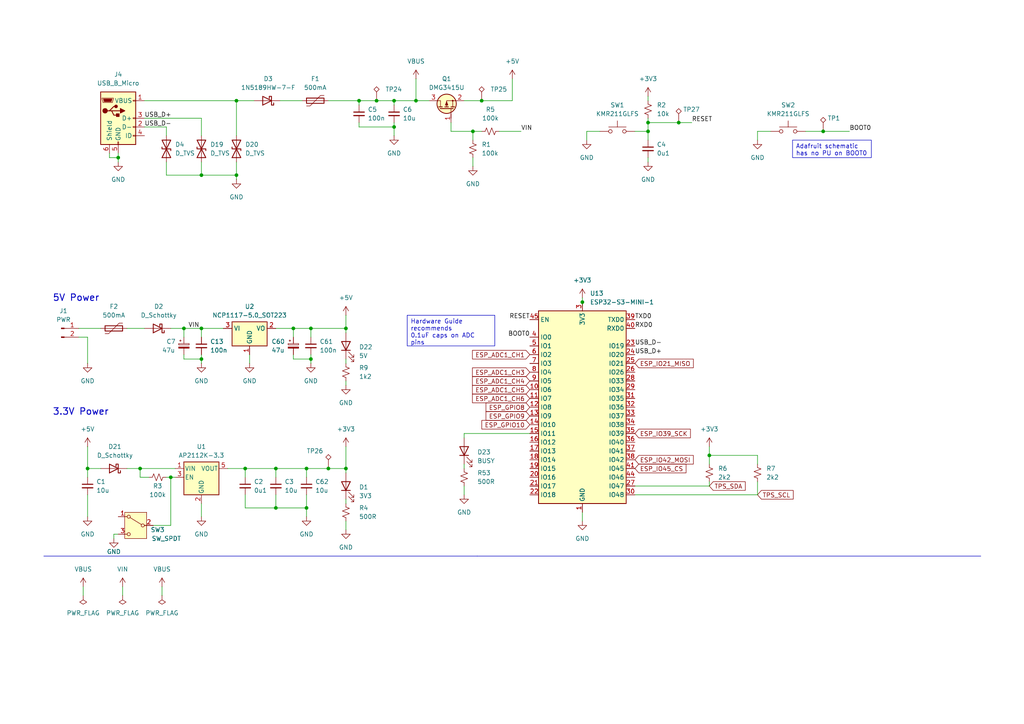
<source format=kicad_sch>
(kicad_sch (version 20231120) (generator "eeschema") (generator_version "8.0")
  (paper "A4")
  (lib_symbols
    (symbol "Connector:Conn_01x02_Pin" (pin_names (offset 1.016) hide)
      (property "Reference" "J" (at 0 2.54 0))
      (property "Value" "Conn_01x02_Pin" (at 0 -5.08 0))
      (symbol "Conn_01x02_Pin_1_1"
        (polyline (pts (xy 1.27 -2.54) (xy 0.8636 -2.54)) (stroke (width 0.1524)))
        (polyline (pts (xy 1.27 0) (xy 0.8636 0)) (stroke (width 0.1524)))
        (rectangle (start 0.8636 -2.413) (end 0 -2.667) (stroke (width 0.1524)) (fill (type outline)))
        (rectangle (start 0.8636 0.127) (end 0 -0.127) (stroke (width 0.1524)) (fill (type outline)))
        (pin passive line (at 5.08 0 180) (length 3.81) (name "Pin_1") (number "1"))
        (pin passive line (at 5.08 -2.54 180) (length 3.81) (name "Pin_2") (number "2"))
      )
    )
    (symbol "Connector:TestPoint_Alt" (pin_numbers hide) (pin_names (offset 0.762) hide)
      (property "Reference" "TP" (at 0 6.858 0))
      (property "Value" "TestPoint_Alt" (at 0 5.08 0))
      (symbol "TestPoint_Alt_0_1"
        (polyline (pts (xy 0 2.54) (xy -0.762 3.302) (xy 0 4.064) (xy 0.762 3.302) (xy 0 2.54)))
      )
      (symbol "TestPoint_Alt_1_1"
        (pin passive line (at 0 0 90) (length 2.54) (name "1") (number "1"))
      )
    )
    (symbol "Connector:USB_B_Micro" (pin_names (offset 1.016))
      (property "Reference" "J" (at -5.08 11.43 0))
      (property "Value" "USB_B_Micro" (at -5.08 8.89 0))
      (symbol "USB_B_Micro_0_1"
        (rectangle (start -5.08 -7.62) (end 5.08 7.62) (stroke (width 0.254)) (fill (type background)))
        (circle (center -3.81 2.159) (radius 0.635) (stroke (width 0.254)) (fill (type outline)))
        (circle (center -0.635 3.429) (radius 0.381) (stroke (width 0.254)) (fill (type outline)))
        (rectangle (start -0.127 -7.62) (end 0.127 -6.858))
        (polyline (pts (xy -1.905 2.159) (xy 0.635 2.159)) (stroke (width 0.254)))
        (polyline (pts (xy -3.175 2.159) (xy -2.54 2.159) (xy -1.27 3.429) (xy -0.635 3.429)) (stroke (width 0.254)))
        (polyline (pts (xy -2.54 2.159) (xy -1.905 2.159) (xy -1.27 0.889) (xy 0 0.889)) (stroke (width 0.254)))
        (polyline (pts (xy 0.635 2.794) (xy 0.635 1.524) (xy 1.905 2.159) (xy 0.635 2.794)) (stroke (width 0.254)) (fill (type outline)))
        (polyline (pts (xy -4.318 5.588) (xy -1.778 5.588) (xy -2.032 4.826) (xy -4.064 4.826) (xy -4.318 5.588)) (fill (type outline)))
        (polyline (pts (xy -4.699 5.842) (xy -4.699 5.588) (xy -4.445 4.826) (xy -4.445 4.572) (xy -1.651 4.572) (xy -1.651 4.826) (xy -1.397 5.588) (xy -1.397 5.842) (xy -4.699 5.842)))
        (rectangle (start 0.254 1.27) (end -0.508 0.508) (stroke (width 0.254)) (fill (type outline)))
        (rectangle (start 5.08 -5.207) (end 4.318 -4.953))
        (rectangle (start 5.08 -2.667) (end 4.318 -2.413))
        (rectangle (start 5.08 -0.127) (end 4.318 0.127))
        (rectangle (start 5.08 4.953) (end 4.318 5.207))
      )
      (symbol "USB_B_Micro_1_1"
        (pin power_out line (at 7.62 5.08 180) (length 2.54) (name "VBUS") (number "1"))
        (pin bidirectional line (at 7.62 -2.54 180) (length 2.54) (name "D-") (number "2"))
        (pin bidirectional line (at 7.62 0 180) (length 2.54) (name "D+") (number "3"))
        (pin passive line (at 7.62 -5.08 180) (length 2.54) (name "ID") (number "4"))
        (pin power_out line (at 0 -10.16 90) (length 2.54) (name "GND") (number "5"))
        (pin passive line (at -2.54 -10.16 90) (length 2.54) (name "Shield") (number "6"))
      )
    )
    (symbol "DW_custom_symbols:VIN" (power) (pin_names (offset 0))
      (property "Value" "VIN" (at 0 6.35 0))
      (symbol "VIN_0_1"
        (polyline (pts (xy -0.762 1.27) (xy 0 2.54)))
        (polyline (pts (xy 0 0) (xy 0 2.54)))
        (polyline (pts (xy 0 2.54) (xy 0.762 1.27)))
      )
      (symbol "VIN_1_1"
        (pin power_in line (at 0 0 90) (length 0) hide (name "VIN") (number "1"))
      )
    )
    (symbol "Device:C_Polarized_Small" (pin_numbers hide) (pin_names (offset 0.254) hide)
      (property "Reference" "C" (at 0.254 1.778 0))
      (property "Value" "C_Polarized_Small" (at 0.254 -2.032 0))
      (symbol "C_Polarized_Small_0_1"
        (rectangle (start -1.524 -0.3048) (end 1.524 -0.6858) (fill (type outline)))
        (rectangle (start -1.524 0.6858) (end 1.524 0.3048))
        (polyline (pts (xy -1.27 1.524) (xy -0.762 1.524)))
        (polyline (pts (xy -1.016 1.27) (xy -1.016 1.778)))
      )
      (symbol "C_Polarized_Small_1_1"
        (pin passive line (at 0 2.54 270) (length 1.8542) (name "~") (number "1"))
        (pin passive line (at 0 -2.54 90) (length 1.8542) (name "~") (number "2"))
      )
    )
    (symbol "Device:C_Small" (pin_numbers hide) (pin_names (offset 0.254) hide)
      (property "Reference" "C" (at 0.254 1.778 0))
      (property "Value" "C_Small" (at 0.254 -2.032 0))
      (symbol "C_Small_0_1"
        (polyline (pts (xy -1.524 -0.508) (xy 1.524 -0.508)) (stroke (width 0.3302)))
        (polyline (pts (xy -1.524 0.508) (xy 1.524 0.508)) (stroke (width 0.3048)))
      )
      (symbol "C_Small_1_1"
        (pin passive line (at 0 2.54 270) (length 2.032) (name "~") (number "1"))
        (pin passive line (at 0 -2.54 90) (length 2.032) (name "~") (number "2"))
      )
    )
    (symbol "Device:D_Schottky" (pin_numbers hide) (pin_names (offset 1.016) hide)
      (property "Reference" "D" (at 0 2.54 0))
      (property "Value" "D_Schottky" (at 0 -2.54 0))
      (symbol "D_Schottky_0_1"
        (polyline (pts (xy 1.27 0) (xy -1.27 0)))
        (polyline (pts (xy 1.27 1.27) (xy 1.27 -1.27) (xy -1.27 0) (xy 1.27 1.27)) (stroke (width 0.254)))
        (polyline (pts (xy -1.905 0.635) (xy -1.905 1.27) (xy -1.27 1.27) (xy -1.27 -1.27) (xy -0.635 -1.27) (xy -0.635 -0.635)) (stroke (width 0.254)))
      )
      (symbol "D_Schottky_1_1"
        (pin passive line (at -3.81 0 0) (length 2.54) (name "K") (number "1"))
        (pin passive line (at 3.81 0 180) (length 2.54) (name "A") (number "2"))
      )
    )
    (symbol "Device:D_TVS" (pin_numbers hide) (pin_names (offset 1.016) hide)
      (property "Reference" "D" (at 0 2.54 0))
      (property "Value" "D_TVS" (at 0 -2.54 0))
      (symbol "D_TVS_0_1"
        (polyline (pts (xy 1.27 0) (xy -1.27 0)))
        (polyline (pts (xy 0.508 1.27) (xy 0 1.27) (xy 0 -1.27) (xy -0.508 -1.27)) (stroke (width 0.254)))
        (polyline (pts (xy -2.54 1.27) (xy -2.54 -1.27) (xy 2.54 1.27) (xy 2.54 -1.27) (xy -2.54 1.27)) (stroke (width 0.254)))
      )
      (symbol "D_TVS_1_1"
        (pin passive line (at -3.81 0 0) (length 2.54) (name "A1") (number "1"))
        (pin passive line (at 3.81 0 180) (length 2.54) (name "A2") (number "2"))
      )
    )
    (symbol "Device:LED" (pin_numbers hide) (pin_names (offset 1.016) hide)
      (property "Reference" "D" (at 0 2.54 0))
      (property "Value" "LED" (at 0 -2.54 0))
      (symbol "LED_0_1"
        (polyline (pts (xy -1.27 -1.27) (xy -1.27 1.27)) (stroke (width 0.254)))
        (polyline (pts (xy -1.27 0) (xy 1.27 0)))
        (polyline (pts (xy 1.27 -1.27) (xy 1.27 1.27) (xy -1.27 0) (xy 1.27 -1.27)) (stroke (width 0.254)))
        (polyline (pts (xy -3.048 -0.762) (xy -4.572 -2.286) (xy -3.81 -2.286) (xy -4.572 -2.286) (xy -4.572 -1.524)))
        (polyline (pts (xy -1.778 -0.762) (xy -3.302 -2.286) (xy -2.54 -2.286) (xy -3.302 -2.286) (xy -3.302 -1.524)))
      )
      (symbol "LED_1_1"
        (pin passive line (at -3.81 0 0) (length 2.54) (name "K") (number "1"))
        (pin passive line (at 3.81 0 180) (length 2.54) (name "A") (number "2"))
      )
    )
    (symbol "Device:Polyfuse" (pin_numbers hide) (pin_names (offset 0))
      (property "Reference" "F" (at -2.54 0 90))
      (property "Value" "Polyfuse" (at 2.54 0 90))
      (symbol "Polyfuse_0_1"
        (rectangle (start -0.762 2.54) (end 0.762 -2.54) (stroke (width 0.254)))
        (polyline (pts (xy 0 2.54) (xy 0 -2.54)))
        (polyline (pts (xy -1.524 2.54) (xy -1.524 1.524) (xy 1.524 -1.524) (xy 1.524 -2.54)))
      )
      (symbol "Polyfuse_1_1"
        (pin passive line (at 0 3.81 270) (length 1.27) (name "~") (number "1"))
        (pin passive line (at 0 -3.81 90) (length 1.27) (name "~") (number "2"))
      )
    )
    (symbol "Device:R_Small_US" (pin_numbers hide) (pin_names (offset 0.254) hide)
      (property "Reference" "R" (at 0.762 0.508 0))
      (property "Value" "R_Small_US" (at 0.762 -1.016 0))
      (symbol "R_Small_US_1_1"
        (polyline (pts (xy 0 0) (xy 1.016 -0.381) (xy 0 -0.762) (xy -1.016 -1.143) (xy 0 -1.524)))
        (polyline (pts (xy 0 1.524) (xy 1.016 1.143) (xy 0 0.762) (xy -1.016 0.381) (xy 0 0)))
        (pin passive line (at 0 2.54 270) (length 1.016) (name "~") (number "1"))
        (pin passive line (at 0 -2.54 90) (length 1.016) (name "~") (number "2"))
      )
    )
    (symbol "GND_1" (power) (pin_numbers hide) (pin_names (offset 0) hide)
      (property "Value" "GND" (at 0 -3.81 0))
      (symbol "GND_1_0_1"
        (polyline (pts (xy 0 0) (xy 0 -1.27) (xy 1.27 -1.27) (xy 0 -2.54) (xy -1.27 -1.27) (xy 0 -1.27)))
      )
      (symbol "GND_1_1_1"
        (pin power_in line (at 0 0 270) (length 0) (name "~") (number "1"))
      )
    )
    (symbol "MCU_Espressif:ESP32-S3-MINI-1"
      (property "Reference" "U" (at -11.43 29.21 0))
      (property "Value" "ESP32-S3-MINI-1" (at 12.7 29.21 0))
      (symbol "ESP32-S3-MINI-1_0_1"
        (rectangle (start -12.7 27.94) (end 12.7 -27.94) (stroke (width 0.254)) (fill (type background)))
      )
      (symbol "ESP32-S3-MINI-1_1_1"
        (pin power_in line (at 0 -30.48 90) (length 2.54) (name "GND") (number "1"))
        (pin bidirectional line (at -15.24 5.08 0) (length 2.54) (name "IO6") (number "10"))
        (pin bidirectional line (at -15.24 2.54 0) (length 2.54) (name "IO7") (number "11"))
        (pin bidirectional line (at -15.24 0 0) (length 2.54) (name "IO8") (number "12"))
        (pin bidirectional line (at -15.24 -2.54 0) (length 2.54) (name "IO9") (number "13"))
        (pin bidirectional line (at -15.24 -5.08 0) (length 2.54) (name "IO10") (number "14"))
        (pin bidirectional line (at -15.24 -7.62 0) (length 2.54) (name "IO11") (number "15"))
        (pin bidirectional line (at -15.24 -10.16 0) (length 2.54) (name "IO12") (number "16"))
        (pin bidirectional line (at -15.24 -12.7 0) (length 2.54) (name "IO13") (number "17"))
        (pin bidirectional line (at -15.24 -15.24 0) (length 2.54) (name "IO14") (number "18"))
        (pin bidirectional line (at -15.24 -17.78 0) (length 2.54) (name "IO15") (number "19"))
        (pin passive line (at 0 -30.48 90) (length 2.54) hide (name "GND") (number "2"))
        (pin bidirectional line (at -15.24 -20.32 0) (length 2.54) (name "IO16") (number "20"))
        (pin bidirectional line (at -15.24 -22.86 0) (length 2.54) (name "IO17") (number "21"))
        (pin bidirectional line (at -15.24 -25.4 0) (length 2.54) (name "IO18") (number "22"))
        (pin bidirectional line (at 15.24 17.78 180) (length 2.54) (name "IO19") (number "23"))
        (pin bidirectional line (at 15.24 15.24 180) (length 2.54) (name "IO20") (number "24"))
        (pin bidirectional line (at 15.24 12.7 180) (length 2.54) (name "IO21") (number "25"))
        (pin bidirectional line (at 15.24 10.16 180) (length 2.54) (name "IO26") (number "26"))
        (pin bidirectional line (at 15.24 -22.86 180) (length 2.54) (name "IO47") (number "27"))
        (pin bidirectional line (at 15.24 7.62 180) (length 2.54) (name "IO33") (number "28"))
        (pin bidirectional line (at 15.24 5.08 180) (length 2.54) (name "IO34") (number "29"))
        (pin power_in line (at 0 30.48 270) (length 2.54) (name "3V3") (number "3"))
        (pin bidirectional line (at 15.24 -25.4 180) (length 2.54) (name "IO48") (number "30"))
        (pin bidirectional line (at 15.24 2.54 180) (length 2.54) (name "IO35") (number "31"))
        (pin bidirectional line (at 15.24 0 180) (length 2.54) (name "IO36") (number "32"))
        (pin bidirectional line (at 15.24 -2.54 180) (length 2.54) (name "IO37") (number "33"))
        (pin bidirectional line (at 15.24 -5.08 180) (length 2.54) (name "IO38") (number "34"))
        (pin bidirectional line (at 15.24 -7.62 180) (length 2.54) (name "IO39") (number "35"))
        (pin bidirectional line (at 15.24 -10.16 180) (length 2.54) (name "IO40") (number "36"))
        (pin bidirectional line (at 15.24 -12.7 180) (length 2.54) (name "IO41") (number "37"))
        (pin bidirectional line (at 15.24 -15.24 180) (length 2.54) (name "IO42") (number "38"))
        (pin bidirectional line (at 15.24 25.4 180) (length 2.54) (name "TXD0") (number "39"))
        (pin bidirectional line (at -15.24 20.32 0) (length 2.54) (name "IO0") (number "4"))
        (pin bidirectional line (at 15.24 22.86 180) (length 2.54) (name "RXD0") (number "40"))
        (pin bidirectional line (at 15.24 -17.78 180) (length 2.54) (name "IO45") (number "41"))
        (pin passive line (at 0 -30.48 90) (length 2.54) hide (name "GND") (number "42"))
        (pin passive line (at 0 -30.48 90) (length 2.54) hide (name "GND") (number "43"))
        (pin bidirectional line (at 15.24 -20.32 180) (length 2.54) (name "IO46") (number "44"))
        (pin input line (at -15.24 25.4 0) (length 2.54) (name "EN") (number "45"))
        (pin passive line (at 0 -30.48 90) (length 2.54) hide (name "GND") (number "46"))
        (pin passive line (at 0 -30.48 90) (length 2.54) hide (name "GND") (number "47"))
        (pin passive line (at 0 -30.48 90) (length 2.54) hide (name "GND") (number "48"))
        (pin passive line (at 0 -30.48 90) (length 2.54) hide (name "GND") (number "49"))
        (pin bidirectional line (at -15.24 17.78 0) (length 2.54) (name "IO1") (number "5"))
        (pin passive line (at 0 -30.48 90) (length 2.54) hide (name "GND") (number "50"))
        (pin passive line (at 0 -30.48 90) (length 2.54) hide (name "GND") (number "51"))
        (pin passive line (at 0 -30.48 90) (length 2.54) hide (name "GND") (number "52"))
        (pin passive line (at 0 -30.48 90) (length 2.54) hide (name "GND") (number "53"))
        (pin passive line (at 0 -30.48 90) (length 2.54) hide (name "GND") (number "54"))
        (pin passive line (at 0 -30.48 90) (length 2.54) hide (name "GND") (number "55"))
        (pin passive line (at 0 -30.48 90) (length 2.54) hide (name "GND") (number "56"))
        (pin passive line (at 0 -30.48 90) (length 2.54) hide (name "GND") (number "57"))
        (pin passive line (at 0 -30.48 90) (length 2.54) hide (name "GND") (number "58"))
        (pin passive line (at 0 -30.48 90) (length 2.54) hide (name "GND") (number "59"))
        (pin bidirectional line (at -15.24 15.24 0) (length 2.54) (name "IO2") (number "6"))
        (pin passive line (at 0 -30.48 90) (length 2.54) hide (name "GND") (number "60"))
        (pin passive line (at 0 -30.48 90) (length 2.54) hide (name "GND") (number "61"))
        (pin passive line (at 0 -30.48 90) (length 2.54) hide (name "GND") (number "62"))
        (pin passive line (at 0 -30.48 90) (length 2.54) hide (name "GND") (number "63"))
        (pin passive line (at 0 -30.48 90) (length 2.54) hide (name "GND") (number "64"))
        (pin passive line (at 0 -30.48 90) (length 2.54) hide (name "GND") (number "65"))
        (pin bidirectional line (at -15.24 12.7 0) (length 2.54) (name "IO3") (number "7"))
        (pin bidirectional line (at -15.24 10.16 0) (length 2.54) (name "IO4") (number "8"))
        (pin bidirectional line (at -15.24 7.62 0) (length 2.54) (name "IO5") (number "9"))
      )
    )
    (symbol "PCM_Transistor_MOSFET_AKL:DMG3415U" (pin_names hide)
      (property "Reference" "Q" (at 5.08 1.27 0))
      (property "Value" "DMG3415U" (at 5.08 -1.27 0))
      (symbol "DMG3415U_0_1"
        (polyline (pts (xy 0.254 -1.905) (xy 0.254 1.905)) (stroke (width 0.254)))
        (polyline (pts (xy 0.254 1.27) (xy -2.54 1.27)))
        (polyline (pts (xy 0.762 -2.286) (xy 0.762 -1.27)) (stroke (width 0.254)))
        (polyline (pts (xy 0.762 -1.778) (xy 2.54 -1.778)))
        (polyline (pts (xy 0.762 -0.508) (xy 0.762 0.508)) (stroke (width 0.254)))
        (polyline (pts (xy 0.762 1.27) (xy 0.762 2.286)) (stroke (width 0.254)))
        (polyline (pts (xy 0.762 1.778) (xy 2.54 1.778)))
        (polyline (pts (xy 2.54 -2.54) (xy 2.54 -1.778)))
        (polyline (pts (xy 2.54 2.54) (xy 2.54 0) (xy 0.762 0)))
        (polyline (pts (xy 2.286 0) (xy 1.27 -0.381) (xy 1.27 0.381) (xy 2.286 0)) (fill (type outline)))
      )
      (symbol "DMG3415U_1_1"
        (circle (center 1.651 0) (radius 2.794) (stroke (width 0.254)) (fill (type background)))
        (circle (center 2.54 1.778) (radius 0.1778) (fill (type outline)))
        (pin input line (at -3.81 1.27 0) (length 2.54) (name "G") (number "1"))
        (pin passive line (at 2.54 5.08 270) (length 2.54) (name "S") (number "2"))
        (pin passive line (at 2.54 -5.08 90) (length 2.54) (name "D") (number "3"))
      )
    )
    (symbol "Regulator_Linear:AP2112K-3.3" (pin_names (offset 0.254))
      (property "Reference" "U" (at -5.08 5.715 0))
      (property "Value" "AP2112K-3.3" (at 0 5.715 0))
      (symbol "AP2112K-3.3_0_1"
        (rectangle (start -5.08 4.445) (end 5.08 -5.08) (stroke (width 0.254)) (fill (type background)))
      )
      (symbol "AP2112K-3.3_1_1"
        (pin power_in line (at -7.62 2.54 0) (length 2.54) (name "VIN") (number "1"))
        (pin power_in line (at 0 -7.62 90) (length 2.54) (name "GND") (number "2"))
        (pin input line (at -7.62 0 0) (length 2.54) (name "EN") (number "3"))
        (pin no_connect line (at 5.08 0 180) (length 2.54) hide (name "NC") (number "4"))
        (pin power_out line (at 7.62 2.54 180) (length 2.54) (name "VOUT") (number "5"))
      )
    )
    (symbol "Regulator_Linear:NCP1117-5.0_SOT223"
      (property "Reference" "U" (at -3.81 3.175 0))
      (property "Value" "NCP1117-5.0_SOT223" (at 0 3.175 0))
      (symbol "NCP1117-5.0_SOT223_0_1"
        (rectangle (start -5.08 -5.08) (end 5.08 1.905) (stroke (width 0.254)) (fill (type background)))
      )
      (symbol "NCP1117-5.0_SOT223_1_1"
        (pin power_in line (at 0 -7.62 90) (length 2.54) (name "GND") (number "1"))
        (pin power_out line (at 7.62 0 180) (length 2.54) (name "VO") (number "2"))
        (pin power_in line (at -7.62 0 0) (length 2.54) (name "VI") (number "3"))
      )
    )
    (symbol "Switch:SW_Push" (pin_numbers hide) (pin_names (offset 1.016) hide)
      (property "Reference" "SW" (at 1.27 2.54 0))
      (property "Value" "SW_Push" (at 0 -1.524 0))
      (symbol "SW_Push_0_1"
        (circle (center -2.032 0) (radius 0.508))
        (polyline (pts (xy 0 1.27) (xy 0 3.048)))
        (polyline (pts (xy 2.54 1.27) (xy -2.54 1.27)))
        (circle (center 2.032 0) (radius 0.508))
        (pin passive line (at -5.08 0 0) (length 2.54) (name "1") (number "1"))
        (pin passive line (at 5.08 0 180) (length 2.54) (name "2") (number "2"))
      )
    )
    (symbol "Switch:SW_SPDT" (pin_names (offset 0) hide)
      (property "Reference" "SW" (at 0 5.08 0))
      (property "Value" "SW_SPDT" (at 0 -5.08 0))
      (symbol "SW_SPDT_0_1"
        (circle (center -2.032 0) (radius 0.4572))
        (polyline (pts (xy -1.651 0.254) (xy 1.651 2.286)))
        (circle (center 2.032 -2.54) (radius 0.4572))
        (circle (center 2.032 2.54) (radius 0.4572))
      )
      (symbol "SW_SPDT_1_1"
        (rectangle (start -3.175 3.81) (end 3.175 -3.81) (fill (type background)))
        (pin passive line (at 5.08 2.54 180) (length 2.54) (name "A") (number "1"))
        (pin passive line (at -5.08 0 0) (length 2.54) (name "B") (number "2"))
        (pin passive line (at 5.08 -2.54 180) (length 2.54) (name "C") (number "3"))
      )
    )
    (symbol "VBUS_1" (power) (pin_numbers hide) (pin_names (offset 0) hide)
      (property "Value" "VBUS" (at 0 3.556 0))
      (symbol "VBUS_1_0_1"
        (polyline (pts (xy -0.762 1.27) (xy 0 2.54)))
        (polyline (pts (xy 0 0) (xy 0 2.54)))
        (polyline (pts (xy 0 2.54) (xy 0.762 1.27)))
      )
      (symbol "VBUS_1_1_1"
        (pin power_in line (at 0 0 90) (length 0) (name "~") (number "1"))
      )
    )
    (symbol "power:+3V3" (power) (pin_names (offset 0))
      (property "Value" "+3V3" (at 0 3.556 0))
      (symbol "+3V3_0_1"
        (polyline (pts (xy -0.762 1.27) (xy 0 2.54)))
        (polyline (pts (xy 0 0) (xy 0 2.54)))
        (polyline (pts (xy 0 2.54) (xy 0.762 1.27)))
      )
      (symbol "+3V3_1_1"
        (pin power_in line (at 0 0 90) (length 0) hide (name "+3V3") (number "1"))
      )
    )
    (symbol "power:+5V" (power) (pin_numbers hide) (pin_names (offset 0) hide)
      (property "Value" "+5V" (at 0 3.556 0))
      (symbol "+5V_0_1"
        (polyline (pts (xy -0.762 1.27) (xy 0 2.54)))
        (polyline (pts (xy 0 0) (xy 0 2.54)))
        (polyline (pts (xy 0 2.54) (xy 0.762 1.27)))
      )
      (symbol "+5V_1_1"
        (pin power_in line (at 0 0 90) (length 0) (name "~") (number "1"))
      )
    )
    (symbol "power:GND" (power) (pin_names (offset 0))
      (property "Value" "GND" (at 0 -3.81 0))
      (symbol "GND_0_1"
        (polyline (pts (xy 0 0) (xy 0 -1.27) (xy 1.27 -1.27) (xy 0 -2.54) (xy -1.27 -1.27) (xy 0 -1.27)))
      )
      (symbol "GND_1_1"
        (pin power_in line (at 0 0 270) (length 0) hide (name "GND") (number "1"))
      )
    )
    (symbol "power:PWR_FLAG" (power) (pin_numbers hide) (pin_names (offset 0) hide)
      (property "Value" "PWR_FLAG" (at 0 3.81 0))
      (symbol "PWR_FLAG_0_0"
        (pin power_out line (at 0 0 90) (length 0) (name "pwr") (number "1"))
      )
      (symbol "PWR_FLAG_0_1"
        (polyline (pts (xy 0 0) (xy 0 1.27) (xy -1.016 1.905) (xy 0 2.54) (xy 1.016 1.905) (xy 0 1.27)))
      )
    )
    (symbol "power:VBUS" (power) (pin_names (offset 0))
      (property "Value" "VBUS" (at 0 3.81 0))
      (symbol "VBUS_0_1"
        (polyline (pts (xy -0.762 1.27) (xy 0 2.54)))
        (polyline (pts (xy 0 0) (xy 0 2.54)))
        (polyline (pts (xy 0 2.54) (xy 0.762 1.27)))
      )
      (symbol "VBUS_1_1"
        (pin power_in line (at 0 0 90) (length 0) hide (name "VBUS") (number "1"))
      )
    )
  )
  (junction (at 58.42 95.25))
  (junction (at 34.29 45.72))
  (junction (at 40.64 135.89))
  (junction (at 68.58 50.8))
  (junction (at 114.3 36.83))
  (junction (at 139.7 29.21))
  (junction (at 90.17 95.25))
  (junction (at 90.17 104.14))
  (junction (at 100.33 95.25))
  (junction (at 100.33 135.89))
  (junction (at 114.3 29.21))
  (junction (at 168.91 87.63))
  (junction (at 187.96 38.1))
  (junction (at 109.22 29.21))
  (junction (at 68.58 29.21))
  (junction (at 187.96 35.56))
  (junction (at 238.76 38.1))
  (junction (at 80.01 147.32))
  (junction (at 95.25 135.89))
  (junction (at 205.74 132.08))
  (junction (at 120.65 29.21))
  (junction (at 25.4 135.89))
  (junction (at 104.14 29.21))
  (junction (at 53.34 95.25))
  (junction (at 58.42 104.14))
  (junction (at 49.53 138.43))
  (junction (at 88.9 147.32))
  (junction (at 58.42 50.8))
  (junction (at 88.9 135.89))
  (junction (at 80.01 135.89))
  (junction (at 196.85 35.56))
  (junction (at 85.09 95.25))
  (junction (at 71.12 135.89))
  (junction (at 137.16 38.1))
  (wire (pts (xy 120.65 22.86) (xy 120.65 29.21)))
  (wire (pts (xy 134.62 140.97) (xy 134.62 143.51)))
  (wire (pts (xy 25.4 97.79) (xy 25.4 105.41)))
  (wire (pts (xy 219.71 38.1) (xy 223.52 38.1)))
  (wire (pts (xy 205.74 139.7) (xy 205.74 140.97)))
  (wire (pts (xy 196.85 35.56) (xy 200.66 35.56)))
  (wire (pts (xy 219.71 143.51) (xy 219.71 139.7)))
  (wire (pts (xy 49.53 138.43) (xy 50.8 138.43)))
  (wire (pts (xy 134.62 29.21) (xy 139.7 29.21)))
  (wire (pts (xy 100.33 110.49) (xy 100.33 111.76)))
  (wire (pts (xy 104.14 29.21) (xy 109.22 29.21)))
  (wire (pts (xy 36.83 135.89) (xy 40.64 135.89)))
  (wire (pts (xy 80.01 135.89) (xy 88.9 135.89)))
  (wire (pts (xy 85.09 95.25) (xy 85.09 97.79)))
  (wire (pts (xy 233.68 38.1) (xy 238.76 38.1)))
  (wire (pts (xy 104.14 29.21) (xy 104.14 30.48)))
  (wire (pts (xy 41.91 29.21) (xy 68.58 29.21)))
  (wire (pts (xy 219.71 132.08) (xy 219.71 134.62)))
  (wire (pts (xy 48.26 39.37) (xy 48.26 36.83)))
  (wire (pts (xy 168.91 86.36) (xy 168.91 87.63)))
  (wire (pts (xy 187.96 45.72) (xy 187.96 46.99)))
  (wire (pts (xy 187.96 27.94) (xy 187.96 29.21)))
  (wire (pts (xy 114.3 29.21) (xy 120.65 29.21)))
  (wire (pts (xy 34.29 45.72) (xy 34.29 46.99)))
  (wire (pts (xy 139.7 29.21) (xy 148.59 29.21)))
  (wire (pts (xy 104.14 36.83) (xy 114.3 36.83)))
  (wire (pts (xy 48.26 50.8) (xy 58.42 50.8)))
  (wire (pts (xy 168.91 148.59) (xy 168.91 151.13)))
  (wire (pts (xy 187.96 40.64) (xy 187.96 38.1)))
  (wire (pts (xy 25.4 129.54) (xy 25.4 135.89)))
  (wire (pts (xy 41.91 34.29) (xy 58.42 34.29)))
  (wire (pts (xy 187.96 35.56) (xy 196.85 35.56)))
  (wire (pts (xy 100.33 135.89) (xy 100.33 137.16)))
  (wire (pts (xy 148.59 22.86) (xy 148.59 29.21)))
  (polyline (pts (xy 138.43 161.29) (xy 284.48 161.29)))
  (wire (pts (xy 100.33 95.25) (xy 100.33 96.52)))
  (wire (pts (xy 53.34 104.14) (xy 58.42 104.14)))
  (wire (pts (xy 71.12 135.89) (xy 80.01 135.89)))
  (wire (pts (xy 109.22 29.21) (xy 114.3 29.21)))
  (wire (pts (xy 58.42 104.14) (xy 58.42 105.41)))
  (wire (pts (xy 80.01 147.32) (xy 88.9 147.32)))
  (wire (pts (xy 134.62 134.62) (xy 134.62 135.89)))
  (wire (pts (xy 187.96 34.29) (xy 187.96 35.56)))
  (wire (pts (xy 34.29 45.72) (xy 34.29 44.45)))
  (wire (pts (xy 68.58 50.8) (xy 68.58 52.07)))
  (wire (pts (xy 53.34 95.25) (xy 58.42 95.25)))
  (wire (pts (xy 85.09 95.25) (xy 90.17 95.25)))
  (wire (pts (xy 88.9 135.89) (xy 88.9 138.43)))
  (wire (pts (xy 71.12 143.51) (xy 71.12 147.32)))
  (wire (pts (xy 24.13 170.18) (xy 24.13 172.72)))
  (wire (pts (xy 31.75 44.45) (xy 31.75 45.72)))
  (wire (pts (xy 58.42 46.99) (xy 58.42 50.8)))
  (wire (pts (xy 130.81 35.56) (xy 130.81 38.1)))
  (wire (pts (xy 53.34 95.25) (xy 53.34 97.79)))
  (wire (pts (xy 170.18 38.1) (xy 173.99 38.1)))
  (wire (pts (xy 40.64 135.89) (xy 40.64 138.43)))
  (wire (pts (xy 36.83 95.25) (xy 41.91 95.25)))
  (wire (pts (xy 80.01 95.25) (xy 85.09 95.25)))
  (wire (pts (xy 58.42 146.05) (xy 58.42 149.86)))
  (wire (pts (xy 95.25 29.21) (xy 104.14 29.21)))
  (wire (pts (xy 46.99 170.18) (xy 46.99 172.72)))
  (wire (pts (xy 71.12 135.89) (xy 71.12 138.43)))
  (wire (pts (xy 100.33 151.13) (xy 100.33 153.67)))
  (wire (pts (xy 31.75 45.72) (xy 34.29 45.72)))
  (wire (pts (xy 68.58 29.21) (xy 73.66 29.21)))
  (wire (pts (xy 66.04 135.89) (xy 71.12 135.89)))
  (wire (pts (xy 130.81 38.1) (xy 137.16 38.1)))
  (wire (pts (xy 153.67 125.73) (xy 134.62 125.73)))
  (wire (pts (xy 68.58 46.99) (xy 68.58 50.8)))
  (wire (pts (xy 88.9 147.32) (xy 88.9 149.86)))
  (wire (pts (xy 184.15 143.51) (xy 219.71 143.51)))
  (wire (pts (xy 187.96 38.1) (xy 184.15 38.1)))
  (wire (pts (xy 100.33 104.14) (xy 100.33 105.41)))
  (wire (pts (xy 85.09 102.87) (xy 85.09 104.14)))
  (wire (pts (xy 90.17 104.14) (xy 90.17 105.41)))
  (wire (pts (xy 58.42 95.25) (xy 64.77 95.25)))
  (wire (pts (xy 58.42 39.37) (xy 58.42 34.29)))
  (wire (pts (xy 205.74 134.62) (xy 205.74 132.08)))
  (wire (pts (xy 81.28 29.21) (xy 87.63 29.21)))
  (wire (pts (xy 58.42 104.14) (xy 58.42 102.87)))
  (polyline (pts (xy 12.7 161.29) (xy 138.43 161.29)))
  (wire (pts (xy 170.18 40.64) (xy 170.18 38.1)))
  (wire (pts (xy 137.16 45.72) (xy 137.16 48.26)))
  (wire (pts (xy 22.86 97.79) (xy 25.4 97.79)))
  (wire (pts (xy 48.26 138.43) (xy 49.53 138.43)))
  (wire (pts (xy 100.33 144.78) (xy 100.33 146.05)))
  (wire (pts (xy 48.26 46.99) (xy 48.26 50.8)))
  (wire (pts (xy 48.26 36.83) (xy 41.91 36.83)))
  (wire (pts (xy 58.42 50.8) (xy 68.58 50.8)))
  (wire (pts (xy 104.14 35.56) (xy 104.14 36.83)))
  (wire (pts (xy 72.39 102.87) (xy 72.39 105.41)))
  (wire (pts (xy 34.29 154.94) (xy 33.02 154.94)))
  (wire (pts (xy 120.65 29.21) (xy 124.46 29.21)))
  (wire (pts (xy 58.42 95.25) (xy 58.42 97.79)))
  (wire (pts (xy 95.25 135.89) (xy 100.33 135.89)))
  (wire (pts (xy 90.17 102.87) (xy 90.17 104.14)))
  (wire (pts (xy 114.3 29.21) (xy 114.3 30.48)))
  (wire (pts (xy 90.17 95.25) (xy 100.33 95.25)))
  (wire (pts (xy 238.76 38.1) (xy 246.38 38.1)))
  (wire (pts (xy 68.58 29.21) (xy 68.58 39.37)))
  (wire (pts (xy 80.01 135.89) (xy 80.01 138.43)))
  (wire (pts (xy 25.4 135.89) (xy 25.4 138.43)))
  (wire (pts (xy 43.18 138.43) (xy 40.64 138.43)))
  (wire (pts (xy 25.4 135.89) (xy 29.21 135.89)))
  (wire (pts (xy 137.16 38.1) (xy 139.7 38.1)))
  (wire (pts (xy 100.33 91.44) (xy 100.33 95.25)))
  (wire (pts (xy 88.9 135.89) (xy 95.25 135.89)))
  (wire (pts (xy 80.01 143.51) (xy 80.01 147.32)))
  (wire (pts (xy 40.64 135.89) (xy 50.8 135.89)))
  (wire (pts (xy 134.62 125.73) (xy 134.62 127)))
  (wire (pts (xy 100.33 129.54) (xy 100.33 135.89)))
  (wire (pts (xy 49.53 95.25) (xy 53.34 95.25)))
  (wire (pts (xy 25.4 143.51) (xy 25.4 149.86)))
  (wire (pts (xy 71.12 147.32) (xy 80.01 147.32)))
  (wire (pts (xy 22.86 95.25) (xy 29.21 95.25)))
  (wire (pts (xy 219.71 40.64) (xy 219.71 38.1)))
  (wire (pts (xy 144.78 38.1) (xy 151.13 38.1)))
  (wire (pts (xy 219.71 132.08) (xy 205.74 132.08)))
  (wire (pts (xy 137.16 38.1) (xy 137.16 40.64)))
  (wire (pts (xy 53.34 102.87) (xy 53.34 104.14)))
  (wire (pts (xy 90.17 95.25) (xy 90.17 97.79)))
  (wire (pts (xy 49.53 152.4) (xy 49.53 138.43)))
  (wire (pts (xy 187.96 35.56) (xy 187.96 38.1)))
  (wire (pts (xy 184.15 140.97) (xy 205.74 140.97)))
  (wire (pts (xy 114.3 36.83) (xy 114.3 39.37)))
  (wire (pts (xy 33.02 154.94) (xy 33.02 156.21)))
  (wire (pts (xy 44.45 152.4) (xy 49.53 152.4)))
  (wire (pts (xy 85.09 104.14) (xy 90.17 104.14)))
  (wire (pts (xy 168.91 87.63) (xy 168.91 88.9)))
  (wire (pts (xy 35.56 170.18) (xy 35.56 172.72)))
  (wire (pts (xy 88.9 147.32) (xy 88.9 143.51)))
  (wire (pts (xy 205.74 132.08) (xy 205.74 129.54)))
  (wire (pts (xy 114.3 35.56) (xy 114.3 36.83)))
  (text_box "Adafruit schematic\nhas no PU on BOOT0" (at 229.87 40.64 0) (size 22.86 5.08) (effects (font (size 1.27 1.27)) (justify left top)))
  (text_box "Hardware Guide recommends\n0.1uF caps on ADC pins" (at 118.11 91.44 0) (size 25.4 8.89) (effects (font (size 1.27 1.27)) (justify left top)))
  (text "5V Power" (at 15.24 87.63 0) (effects (font (size 1.905 1.905) (thickness 0.254) (bold yes)) (justify left bottom)))
  (text "3.3V Power" (at 15.24 120.65 0) (effects (font (size 1.905 1.905) (thickness 0.254) (bold yes)) (justify left bottom)))
  (label "VIN" (at 151.13 38.1 0))
  (label "RXD0" (at 184.15 95.25 0))
  (label "BOOT0" (at 246.38 38.1 0))
  (label "VIN" (at 54.61 95.25 0))
  (label "RESET" (at 153.67 92.71 180))
  (label "RESET" (at 200.66 35.56 0))
  (label "USB_D+" (at 41.91 34.29 0))
  (label "USB_D-" (at 184.15 100.33 0))
  (label "USB_D+" (at 184.15 102.87 0))
  (label "USB_D-" (at 41.91 36.83 0))
  (label "TXD0" (at 184.15 92.71 0))
  (label "BOOT0" (at 153.67 97.79 180))
  (global_label "ESP_GPIO10" (shape input) (at 153.67 123.19 180) (property "Intersheetrefs" "${INTERSHEET_REFS}" (effects (hide yes))))
  (global_label "ESP_IO21_MISO" (shape input) (at 184.15 105.41 0) (property "Intersheetrefs" "${INTERSHEET_REFS}" (effects (hide yes))))
  (global_label "ESP_ADC1_CH3" (shape input) (at 153.67 107.95 180) (property "Intersheetrefs" "${INTERSHEET_REFS}" (effects (hide yes))))
  (global_label "ESP_ADC1_CH1" (shape input) (at 153.67 102.87 180) (property "Intersheetrefs" "${INTERSHEET_REFS}" (effects (hide yes))))
  (global_label "ESP_IO45_CS" (shape input) (at 184.15 135.89 0) (property "Intersheetrefs" "${INTERSHEET_REFS}" (effects (hide yes))))
  (global_label "ESP_IO42_MOSI" (shape input) (at 184.15 133.35 0) (property "Intersheetrefs" "${INTERSHEET_REFS}" (effects (hide yes))))
  (global_label "ESP_ADC1_CH5" (shape input) (at 153.67 113.03 180) (property "Intersheetrefs" "${INTERSHEET_REFS}" (effects (hide yes))))
  (global_label "ESP_ADC1_CH6" (shape input) (at 153.67 115.57 180) (property "Intersheetrefs" "${INTERSHEET_REFS}" (effects (hide yes))))
  (global_label "TPS_SCL" (shape input) (at 219.71 143.51 0) (property "Intersheetrefs" "${INTERSHEET_REFS}" (effects (hide yes))))
  (global_label "ESP_GPIO9" (shape input) (at 153.67 120.65 180) (property "Intersheetrefs" "${INTERSHEET_REFS}" (effects (hide yes))))
  (global_label "ESP_IO39_SCK" (shape input) (at 184.15 125.73 0) (property "Intersheetrefs" "${INTERSHEET_REFS}" (effects (hide yes))))
  (global_label "ESP_ADC1_CH4" (shape input) (at 153.67 110.49 180) (property "Intersheetrefs" "${INTERSHEET_REFS}" (effects (hide yes))))
  (global_label "ESP_GPIO8" (shape input) (at 153.67 118.11 180) (property "Intersheetrefs" "${INTERSHEET_REFS}" (effects (hide yes))))
  (global_label "TPS_SDA" (shape input) (at 205.74 140.97 0) (property "Intersheetrefs" "${INTERSHEET_REFS}" (effects (hide yes))))
  (symbol (lib_id "power:GND") (at 58.42 149.86 0) (unit 1)
    (property "Reference" "#PWR089" (effects (hide yes)))
    (property "Value" "GND" (at 58.42 154.94 0))
  )
  (symbol (lib_id "Switch:SW_SPDT") (at 39.37 152.4 0) (mirror y) (unit 1)
    (property "Reference" "SW3" (at 45.72 153.67 0))
    (property "Value" "SW_SPDT" (at 48.26 156.21 0))
    (property "Description" "Switch, single pole double throw" (effects (hide yes)))
  )
  (symbol (lib_id "power:+3V3") (at 187.96 27.94 0) (unit 1)
    (property "Reference" "#PWR03" (effects (hide yes)))
    (property "Value" "+3V3" (at 187.96 22.86 0))
  )
  (symbol (lib_id "power:GND") (at 219.71 40.64 0) (unit 1)
    (property "Reference" "#PWR017" (effects (hide yes)))
    (property "Value" "GND" (at 219.71 45.72 0))
  )
  (symbol (lib_id "power:GND") (at 170.18 40.64 0) (unit 1)
    (property "Reference" "#PWR04" (effects (hide yes)))
    (property "Value" "GND" (at 170.18 45.72 0))
  )
  (symbol (lib_id "power:GND") (at 88.9 149.86 0) (unit 1)
    (property "Reference" "#PWR06" (effects (hide yes)))
    (property "Value" "GND" (at 88.9 154.94 0))
  )
  (symbol (lib_id "Regulator_Linear:NCP1117-5.0_SOT223") (at 72.39 95.25 0) (unit 1)
    (property "Reference" "U2" (at 72.39 88.9 0))
    (property "Value" "NCP1117-5.0_SOT223" (at 72.39 91.44 0))
    (property "Footprint" "Package_TO_SOT_SMD:SOT-223-3_TabPin2" (effects (hide yes)))
    (property "Datasheet" "http://www.onsemi.com/pub_link/Collateral/NCP1117-D.PDF" (effects (hide yes)))
    (property "Description" "1A Low drop-out regulator, Fixed Output 5V, SOT-223" (effects (hide yes)))
  )
  (symbol (lib_id "Device:R_Small_US") (at 205.74 137.16 180) (unit 1)
    (property "Reference" "R6" (at 208.28 135.89 0) (effects (justify right)))
    (property "Value" "2k2" (at 208.28 138.43 0) (effects (justify right)))
    (property "Footprint" "Resistor_SMD:R_0603_1608Metric_Pad0.98x0.95mm_HandSolder" (effects (hide yes)))
  )
  (symbol (lib_id "power:GND") (at 100.33 111.76 0) (unit 1)
    (property "Reference" "#PWR090" (effects (hide yes)))
    (property "Value" "GND" (at 100.33 116.84 0))
  )
  (symbol (lib_name "GND_1") (lib_id "power:GND") (at 25.4 105.41 0) (unit 1)
    (property "Reference" "#PWR086" (effects (hide yes)))
    (property "Value" "GND" (at 25.4 110.49 0))
    (property "Description" "Power symbol creates a global label with name \"GND\" , ground" (effects (hide yes)))
  )
  (symbol (lib_id "Device:C_Small") (at 114.3 33.02 0) (unit 1)
    (property "Reference" "C6" (at 116.84 31.7562 0) (effects (justify left)))
    (property "Value" "10u" (at 116.84 34.2962 0) (effects (justify left)))
    (property "Description" "Unpolarized capacitor, small symbol" (effects (hide yes)))
  )
  (symbol (lib_id "Device:Polyfuse") (at 33.02 95.25 90) (unit 1)
    (property "Reference" "F2" (at 33.02 88.9 90))
    (property "Value" "500mA" (at 33.02 91.44 90))
    (property "Description" "Resettable fuse, polymeric positive temperature coefficient" (effects (hide yes)))
  )
  (symbol (lib_id "Device:C_Polarized_Small") (at 85.09 100.33 0) (unit 1)
    (property "Reference" "C60" (at 78.74 99.06 0) (effects (justify left)))
    (property "Value" "47u" (at 78.74 101.6 0) (effects (justify left)))
    (property "Description" "Polarized capacitor, small symbol" (effects (hide yes)))
  )
  (symbol (lib_id "Device:R_Small_US") (at 187.96 31.75 180) (unit 1)
    (property "Reference" "R2" (at 190.5 30.48 0) (effects (justify right)))
    (property "Value" "10k" (at 190.5 33.02 0) (effects (justify right)))
    (property "Footprint" "Resistor_SMD:R_0603_1608Metric_Pad0.98x0.95mm_HandSolder" (effects (hide yes)))
  )
  (symbol (lib_id "Device:C_Small") (at 104.14 33.02 0) (unit 1)
    (property "Reference" "C5" (at 106.68 31.7562 0) (effects (justify left)))
    (property "Value" "100n" (at 106.68 34.29 0) (effects (justify left)))
    (property "Description" "Unpolarized capacitor, small symbol" (effects (hide yes)))
  )
  (symbol (lib_id "power:GND") (at 187.96 46.99 0) (unit 1)
    (property "Reference" "#PWR08" (effects (hide yes)))
    (property "Value" "GND" (at 187.96 52.07 0))
  )
  (symbol (lib_id "Connector:Conn_01x02_Pin") (at 17.78 95.25 0) (unit 1)
    (property "Reference" "J1" (at 18.415 90.17 0))
    (property "Value" "PWR" (at 18.415 92.71 0))
    (property "Description" "Generic connector, single row, 01x02, script generated" (effects (hide yes)))
  )
  (symbol (lib_name "GND_1") (lib_id "power:GND") (at 90.17 105.41 0) (unit 1)
    (property "Reference" "#PWR087" (effects (hide yes)))
    (property "Value" "GND" (at 90.17 110.49 0))
    (property "Description" "Power symbol creates a global label with name \"GND\" , ground" (effects (hide yes)))
  )
  (symbol (lib_id "power:+5V") (at 148.59 22.86 0) (unit 1)
    (property "Reference" "#PWR015" (effects (hide yes)))
    (property "Value" "+5V" (at 148.59 17.78 0))
    (property "Description" "Power symbol creates a global label with name \"+5V\"" (effects (hide yes)))
  )
  (symbol (lib_id "Switch:SW_Push") (at 228.6 38.1 0) (unit 1)
    (property "Reference" "SW2" (at 228.6 30.48 0))
    (property "Value" "KMR211GLFS" (at 228.6 33.02 0))
    (property "Footprint" "Button_Switch_SMD:SW_Push_1P1T-SH_NO_CK_KMR2xxG" (effects (hide yes)))
  )
  (symbol (lib_id "Device:D_Schottky") (at 77.47 29.21 180) (unit 1)
    (property "Reference" "D3" (at 77.7875 22.86 0))
    (property "Value" "1N5189HW-7-F" (at 77.7875 25.4 0))
    (property "Description" "Schottky diode" (effects (hide yes)))
  )
  (symbol (lib_id "power:GND") (at 134.62 143.51 0) (unit 1)
    (property "Reference" "#PWR091" (effects (hide yes)))
    (property "Value" "GND" (at 134.62 148.59 0))
  )
  (symbol (lib_id "Device:C_Small") (at 80.01 140.97 0) (unit 1)
    (property "Reference" "C3" (at 82.55 139.7063 0) (effects (justify left)))
    (property "Value" "10u" (at 82.55 142.2463 0) (effects (justify left)))
    (property "Footprint" "Capacitor_SMD:C_0805_2012Metric_Pad1.18x1.45mm_HandSolder" (effects (hide yes)))
  )
  (symbol (lib_id "power:PWR_FLAG") (at 35.56 172.72 180) (unit 1)
    (property "Reference" "#FLG02" (effects (hide yes)))
    (property "Value" "PWR_FLAG" (at 35.56 177.8 0))
  )
  (symbol (lib_id "Device:D_Schottky") (at 45.72 95.25 180) (unit 1)
    (property "Reference" "D2" (at 46.0375 88.9 0))
    (property "Value" "D_Schottky" (at 46.0375 91.44 0))
    (property "Description" "Schottky diode" (effects (hide yes)))
  )
  (symbol (lib_id "PCM_Transistor_MOSFET_AKL:DMG3415U") (at 129.54 31.75 270) (mirror x) (unit 1)
    (property "Reference" "Q1" (at 129.54 22.86 90))
    (property "Value" "DMG3415U" (at 129.54 25.4 90))
    (property "Footprint" "PCM_Package_TO_SOT_SMD_AKL:SOT-23" (effects (hide yes)))
    (property "Datasheet" "https://www.tme.eu/Document/236093ecb8447f8a47174c5983185a9e/DMG3415U.pdf" (effects (hide yes)))
    (property "Description" "SOT-23 P-MOSFET enchancement mode transistor, 20V, 4A, 0.9W, Alternate KiCAD Library" (effects (hide yes)))
  )
  (symbol (lib_id "Device:R_Small_US") (at 100.33 107.95 180) (unit 1)
    (property "Reference" "R9" (at 104.14 106.68 0) (effects (justify right)))
    (property "Value" "1k2" (at 104.14 109.22 0) (effects (justify right)))
    (property "Footprint" "Resistor_SMD:R_0603_1608Metric_Pad0.98x0.95mm_HandSolder" (effects (hide yes)))
  )
  (symbol (lib_id "Connector:TestPoint_Alt") (at 109.22 29.21 0) (unit 1)
    (property "Reference" "TP24" (at 111.76 25.9079 0) (effects (justify left)))
    (property "Description" "test point (alternative shape)" (effects (hide yes)))
  )
  (symbol (lib_id "Device:C_Small") (at 71.12 140.97 0) (unit 1)
    (property "Reference" "C2" (at 73.66 139.7063 0) (effects (justify left)))
    (property "Value" "0u1" (at 73.66 142.2463 0) (effects (justify left)))
    (property "Footprint" "Capacitor_SMD:C_0603_1608Metric_Pad1.08x0.95mm_HandSolder" (effects (hide yes)))
  )
  (symbol (lib_id "power:+3V3") (at 100.33 129.54 0) (unit 1)
    (property "Reference" "#PWR02" (effects (hide yes)))
    (property "Value" "+3V3" (at 100.33 124.46 0))
  )
  (symbol (lib_id "power:+5V") (at 100.33 91.44 0) (unit 1)
    (property "Reference" "#PWR088" (effects (hide yes)))
    (property "Value" "+5V" (at 100.33 86.36 0))
    (property "Description" "Power symbol creates a global label with name \"+5V\"" (effects (hide yes)))
  )
  (symbol (lib_id "power:VBUS") (at 24.13 170.18 0) (unit 1)
    (property "Reference" "#PWR019" (effects (hide yes)))
    (property "Value" "VBUS" (at 24.13 165.1 0))
  )
  (symbol (lib_id "Device:D_TVS") (at 68.58 43.18 90) (unit 1)
    (property "Reference" "D20" (at 71.12 41.9099 90) (effects (justify right)))
    (property "Value" "D_TVS" (at 71.12 44.4499 90) (effects (justify right)))
    (property "Description" "Bidirectional transient-voltage-suppression diode" (effects (hide yes)))
  )
  (symbol (lib_id "Device:R_Small_US") (at 100.33 148.59 180) (unit 1)
    (property "Reference" "R4" (at 104.14 147.32 0) (effects (justify right)))
    (property "Value" "500R" (at 104.14 149.86 0) (effects (justify right)))
    (property "Footprint" "Resistor_SMD:R_0603_1608Metric_Pad0.98x0.95mm_HandSolder" (effects (hide yes)))
  )
  (symbol (lib_id "power:GND") (at 100.33 153.67 0) (unit 1)
    (property "Reference" "#PWR09" (effects (hide yes)))
    (property "Value" "GND" (at 100.33 158.75 0))
  )
  (symbol (lib_id "Device:D_Schottky") (at 33.02 135.89 180) (unit 1)
    (property "Reference" "D21" (at 33.3375 129.54 0))
    (property "Value" "D_Schottky" (at 33.3375 132.08 0))
    (property "Description" "Schottky diode" (effects (hide yes)))
  )
  (symbol (lib_id "Device:D_TVS") (at 58.42 43.18 90) (unit 1)
    (property "Reference" "D19" (at 60.96 41.9099 90) (effects (justify right)))
    (property "Value" "D_TVS" (at 60.96 44.4499 90) (effects (justify right)))
    (property "Description" "Bidirectional transient-voltage-suppression diode" (effects (hide yes)))
  )
  (symbol (lib_id "Connector:TestPoint_Alt") (at 95.25 135.89 0) (unit 1)
    (property "Reference" "TP26" (at 88.9 130.81 0) (effects (justify left)))
    (property "Description" "test point (alternative shape)" (effects (hide yes)))
  )
  (symbol (lib_id "Device:R_Small_US") (at 45.72 138.43 90) (unit 1)
    (property "Reference" "R3" (at 45.72 140.97 90))
    (property "Value" "100k" (at 45.72 143.51 90))
    (property "Footprint" "Resistor_SMD:R_0603_1608Metric_Pad0.98x0.95mm_HandSolder" (effects (hide yes)))
  )
  (symbol (lib_id "Connector:TestPoint_Alt") (at 238.76 38.1 0) (unit 1)
    (property "Reference" "TP1" (at 240.03 34.29 0) (effects (justify left)))
    (property "Description" "test point (alternative shape)" (effects (hide yes)))
  )
  (symbol (lib_id "power:PWR_FLAG") (at 46.99 172.72 180) (unit 1)
    (property "Reference" "#FLG03" (effects (hide yes)))
    (property "Value" "PWR_FLAG" (at 46.99 177.8 0))
  )
  (symbol (lib_name "GND_1") (lib_id "power:GND") (at 137.16 48.26 0) (unit 1)
    (property "Reference" "#PWR014" (effects (hide yes)))
    (property "Value" "GND" (at 137.16 53.34 0))
    (property "Description" "Power symbol creates a global label with name \"GND\" , ground" (effects (hide yes)))
  )
  (symbol (lib_id "Device:D_TVS") (at 48.26 43.18 90) (unit 1)
    (property "Reference" "D4" (at 50.8 41.9099 90) (effects (justify right)))
    (property "Value" "D_TVS" (at 50.8 44.4499 90) (effects (justify right)))
    (property "Description" "Bidirectional transient-voltage-suppression diode" (effects (hide yes)))
  )
  (symbol (lib_id "Connector:TestPoint_Alt") (at 196.85 35.56 0) (unit 1)
    (property "Reference" "TP27" (at 198.12 31.75 0) (effects (justify left)))
    (property "Description" "test point (alternative shape)" (effects (hide yes)))
  )
  (symbol (lib_name "GND_1") (lib_id "power:GND") (at 68.58 52.07 0) (unit 1)
    (property "Reference" "#PWR016" (effects (hide yes)))
    (property "Value" "GND" (at 68.58 57.15 0))
    (property "Description" "Power symbol creates a global label with name \"GND\" , ground" (effects (hide yes)))
  )
  (symbol (lib_name "GND_1") (lib_id "power:GND") (at 114.3 39.37 0) (unit 1)
    (property "Reference" "#PWR013" (effects (hide yes)))
    (property "Value" "GND" (at 114.3 44.45 0))
    (property "Description" "Power symbol creates a global label with name \"GND\" , ground" (effects (hide yes)))
  )
  (symbol (lib_id "Device:LED") (at 100.33 100.33 90) (unit 1)
    (property "Reference" "D22" (at 104.14 100.6474 90) (effects (justify right)))
    (property "Value" "5V" (at 104.14 103.1874 90) (effects (justify right)))
    (property "Footprint" "LED_SMD:LED_0603_1608Metric_Pad1.05x0.95mm_HandSolder" (effects (hide yes)))
  )
  (symbol (lib_id "Device:LED") (at 134.62 130.81 90) (unit 1)
    (property "Reference" "D23" (at 138.43 131.1274 90) (effects (justify right)))
    (property "Value" "BUSY" (at 138.43 133.6674 90) (effects (justify right)))
    (property "Footprint" "LED_SMD:LED_0603_1608Metric_Pad1.05x0.95mm_HandSolder" (effects (hide yes)))
  )
  (symbol (lib_name "GND_1") (lib_id "power:GND") (at 34.29 46.99 0) (unit 1)
    (property "Reference" "#PWR07" (effects (hide yes)))
    (property "Value" "GND" (at 34.29 52.07 0))
    (property "Description" "Power symbol creates a global label with name \"GND\" , ground" (effects (hide yes)))
  )
  (symbol (lib_id "Device:C_Small") (at 58.42 100.33 0) (unit 1)
    (property "Reference" "C13" (at 60.96 99.0662 0) (effects (justify left)))
    (property "Value" "100n" (at 60.96 101.6 0) (effects (justify left)))
    (property "Description" "Unpolarized capacitor, small symbol" (effects (hide yes)))
  )
  (symbol (lib_id "Device:C_Small") (at 25.4 140.97 0) (unit 1)
    (property "Reference" "C1" (at 27.94 139.7063 0) (effects (justify left)))
    (property "Value" "10u" (at 27.94 142.2463 0) (effects (justify left)))
    (property "Footprint" "Capacitor_SMD:C_0805_2012Metric_Pad1.18x1.45mm_HandSolder" (effects (hide yes)))
  )
  (symbol (lib_id "Device:R_Small_US") (at 219.71 137.16 180) (unit 1)
    (property "Reference" "R7" (at 222.25 135.89 0) (effects (justify right)))
    (property "Value" "2k2" (at 222.25 138.43 0) (effects (justify right)))
    (property "Footprint" "Resistor_SMD:R_0603_1608Metric_Pad0.98x0.95mm_HandSolder" (effects (hide yes)))
  )
  (symbol (lib_id "Device:R_Small_US") (at 142.24 38.1 90) (unit 1)
    (property "Reference" "R5" (at 142.24 31.75 90))
    (property "Value" "100k" (at 142.24 34.29 90))
    (property "Description" "Resistor, small US symbol" (effects (hide yes)))
  )
  (symbol (lib_id "power:VBUS") (at 46.99 170.18 0) (unit 1)
    (property "Reference" "#PWR021" (effects (hide yes)))
    (property "Value" "VBUS" (at 46.99 165.1 0))
  )
  (symbol (lib_id "Device:C_Small") (at 88.9 140.97 0) (unit 1)
    (property "Reference" "C62" (at 91.44 139.7063 0) (effects (justify left)))
    (property "Value" "10u" (at 91.44 142.2463 0) (effects (justify left)))
    (property "Footprint" "Capacitor_SMD:C_0805_2012Metric_Pad1.18x1.45mm_HandSolder" (effects (hide yes)))
  )
  (symbol (lib_id "Connector:TestPoint_Alt") (at 139.7 29.21 0) (unit 1)
    (property "Reference" "TP25" (at 142.24 25.9079 0) (effects (justify left)))
    (property "Description" "test point (alternative shape)" (effects (hide yes)))
  )
  (symbol (lib_name "GND_1") (lib_id "power:GND") (at 72.39 105.41 0) (unit 1)
    (property "Reference" "#PWR085" (effects (hide yes)))
    (property "Value" "GND" (at 72.39 110.49 0))
    (property "Description" "Power symbol creates a global label with name \"GND\" , ground" (effects (hide yes)))
  )
  (symbol (lib_id "Regulator_Linear:AP2112K-3.3") (at 58.42 138.43 0) (unit 1)
    (property "Reference" "U1" (at 58.42 129.54 0))
    (property "Value" "AP2112K-3.3" (at 58.42 132.08 0))
    (property "Footprint" "Package_TO_SOT_SMD:SOT-23-5" (effects (hide yes)))
    (property "Datasheet" "https://www.diodes.com/assets/Datasheets/AP2112.pdf" (effects (hide yes)))
  )
  (symbol (lib_id "Device:R_Small_US") (at 137.16 43.18 0) (unit 1)
    (property "Reference" "R1" (at 139.7 41.9099 0) (effects (justify left)))
    (property "Value" "100k" (at 139.7 44.4499 0) (effects (justify left)))
    (property "Description" "Resistor, small US symbol" (effects (hide yes)))
  )
  (symbol (lib_id "Device:Polyfuse") (at 91.44 29.21 90) (unit 1)
    (property "Reference" "F1" (at 91.44 22.86 90))
    (property "Value" "500mA" (at 91.44 25.4 90))
    (property "Description" "Resettable fuse, polymeric positive temperature coefficient" (effects (hide yes)))
  )
  (symbol (lib_id "Switch:SW_Push") (at 179.07 38.1 0) (unit 1)
    (property "Reference" "SW1" (at 179.07 30.48 0))
    (property "Value" "KMR211GLFS" (at 179.07 33.02 0))
    (property "Footprint" "Button_Switch_SMD:SW_Push_1P1T-SH_NO_CK_KMR2xxG" (effects (hide yes)))
  )
  (symbol (lib_name "GND_1") (lib_id "power:GND") (at 58.42 105.41 0) (unit 1)
    (property "Reference" "#PWR084" (effects (hide yes)))
    (property "Value" "GND" (at 58.42 110.49 0))
    (property "Description" "Power symbol creates a global label with name \"GND\" , ground" (effects (hide yes)))
  )
  (symbol (lib_name "VBUS_1") (lib_id "power:VBUS") (at 120.65 22.86 0) (unit 1)
    (property "Reference" "#PWR011" (effects (hide yes)))
    (property "Value" "VBUS" (at 120.65 17.78 0))
    (property "Description" "Power symbol creates a global label with name \"VBUS\"" (effects (hide yes)))
  )
  (symbol (lib_id "power:PWR_FLAG") (at 24.13 172.72 180) (unit 1)
    (property "Reference" "#FLG01" (effects (hide yes)))
    (property "Value" "PWR_FLAG" (at 24.13 177.8 0))
  )
  (symbol (lib_id "Connector:USB_B_Micro") (at 34.29 34.29 0) (unit 1)
    (property "Reference" "J4" (at 34.29 21.59 0))
    (property "Value" "USB_B_Micro" (at 34.29 24.13 0))
    (property "Description" "USB Micro Type B connector" (effects (hide yes)))
  )
  (symbol (lib_id "Device:C_Polarized_Small") (at 53.34 100.33 0) (unit 1)
    (property "Reference" "C7" (at 48.26 99.06 0) (effects (justify left)))
    (property "Value" "47u" (at 46.99 101.6 0) (effects (justify left)))
    (property "Description" "Polarized capacitor, small symbol" (effects (hide yes)))
  )
  (symbol (lib_id "Device:C_Small") (at 187.96 43.18 0) (unit 1)
    (property "Reference" "C4" (at 190.5 41.9163 0) (effects (justify left)))
    (property "Value" "0u1" (at 190.5 44.4563 0) (effects (justify left)))
    (property "Footprint" "Capacitor_SMD:C_0603_1608Metric_Pad1.08x0.95mm_HandSolder" (effects (hide yes)))
  )
  (symbol (lib_id "MCU_Espressif:ESP32-S3-MINI-1") (at 168.91 118.11 0) (unit 1)
    (property "Reference" "U13" (at 171.1041 85.09 0) (effects (justify left)))
    (property "Value" "ESP32-S3-MINI-1" (at 171.1041 87.63 0) (effects (justify left)))
    (property "Footprint" "RF_Module:ESP32-S2-MINI-1" (effects (hide yes)))
    (property "Datasheet" "https://www.espressif.com/sites/default/files/documentation/esp32-s3-mini-1_mini-1u_datasheet_en.pdf" (effects (hide yes)))
    (property "Description" "RF Module, ESP32-S3 SoC, Wi-Fi 802.11b/g/n, Bluetooth, BLE, 32-bit, 3.3V, SMD, onboard antenna" (effects (hide yes)))
  )
  (symbol (lib_id "DW_custom_symbols:VIN") (at 35.56 170.18 0) (unit 1)
    (property "Reference" "#PWR020" (effects (hide yes)))
    (property "Value" "VIN" (at 35.56 165.1 0))
  )
  (symbol (lib_id "power:+3V3") (at 168.91 86.36 0) (unit 1)
    (property "Reference" "#PWR010" (effects (hide yes)))
    (property "Value" "+3V3" (at 168.91 81.28 0))
  )
  (symbol (lib_id "Device:R_Small_US") (at 134.62 138.43 180) (unit 1)
    (property "Reference" "R53" (at 138.43 137.16 0) (effects (justify right)))
    (property "Value" "500R" (at 138.43 139.7 0) (effects (justify right)))
    (property "Footprint" "Resistor_SMD:R_0603_1608Metric_Pad0.98x0.95mm_HandSolder" (effects (hide yes)))
  )
  (symbol (lib_id "Device:LED") (at 100.33 140.97 90) (unit 1)
    (property "Reference" "D1" (at 104.14 141.2874 90) (effects (justify right)))
    (property "Value" "3V3" (at 104.14 143.8274 90) (effects (justify right)))
    (property "Footprint" "LED_SMD:LED_0603_1608Metric_Pad1.05x0.95mm_HandSolder" (effects (hide yes)))
  )
  (symbol (lib_id "power:+3V3") (at 205.74 129.54 0) (unit 1)
    (property "Reference" "#PWR012" (effects (hide yes)))
    (property "Value" "+3V3" (at 205.74 124.46 0))
  )
  (symbol (lib_id "power:GND") (at 168.91 151.13 0) (unit 1)
    (property "Reference" "#PWR018" (effects (hide yes)))
    (property "Value" "GND" (at 168.91 156.21 0))
  )
  (symbol (lib_id "power:GND") (at 25.4 149.86 0) (unit 1)
    (property "Reference" "#PWR05" (effects (hide yes)))
    (property "Value" "GND" (at 25.4 154.94 0))
  )
  (symbol (lib_id "power:GND") (at 33.02 156.21 0) (unit 1)
    (property "Reference" "#PWR092" (effects (hide yes)))
    (property "Value" "GND" (at 33.02 160.02 0))
  )
  (symbol (lib_id "Device:C_Small") (at 90.17 100.33 0) (unit 1)
    (property "Reference" "C61" (at 92.71 99.0662 0) (effects (justify left)))
    (property "Value" "100n" (at 92.71 101.6 0) (effects (justify left)))
    (property "Description" "Unpolarized capacitor, small symbol" (effects (hide yes)))
  )
  (symbol (lib_id "power:+5V") (at 25.4 129.54 0) (unit 1)
    (property "Reference" "#PWR01" (effects (hide yes)))
    (property "Value" "+5V" (at 25.4 124.46 0))
    (property "Description" "Power symbol creates a global label with name \"+5V\"" (effects (hide yes)))
  )
)
</source>
